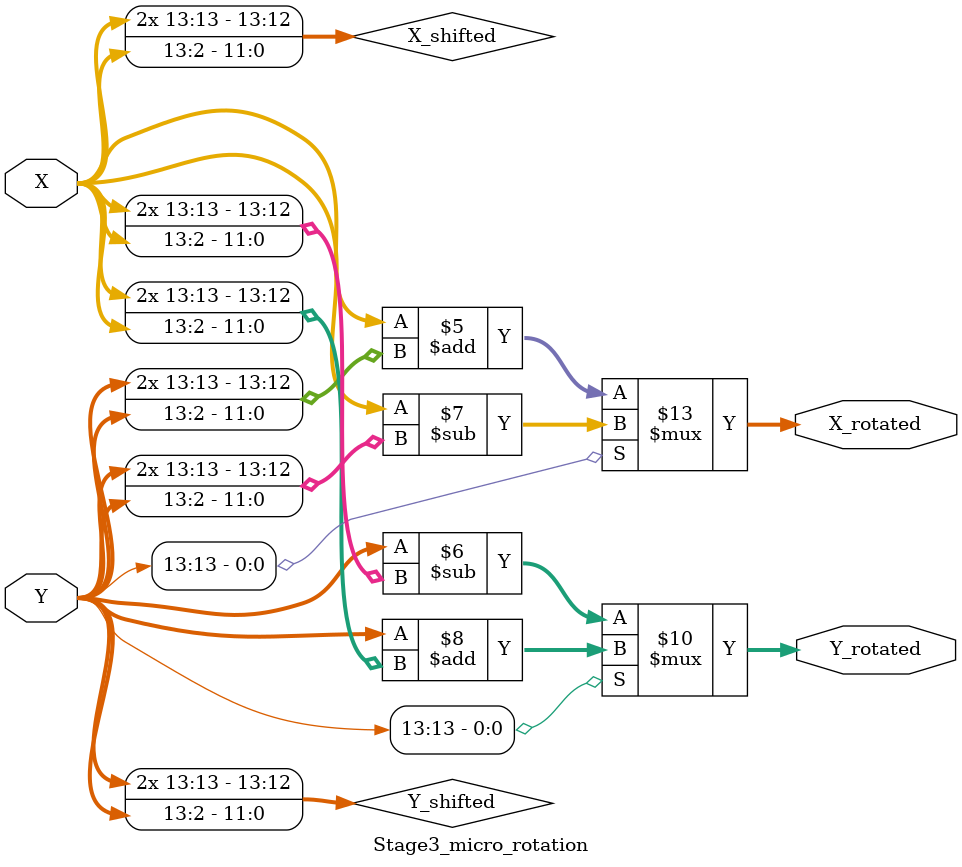
<source format=v>
`timescale 1ns / 1ps

module Stage3_micro_rotation(X, Y, X_rotated, Y_rotated);     
input [13:0] X, Y;
//input Y_signed;
output [13:0] X_rotated, Y_rotated;

// input
wire signed [13:0] X, Y;        // S1.12  (14bits)
//wire signed Y_signed;           // Y[13] = ¦P¤@­Ó stage Y ªº signed bit¡A¨M©w X¡BY ­n¥[©Î´î

// output
reg signed [13:0] X_rotated, Y_rotated;       // S1.12  (14bits)

reg signed [13:0] X_shifted, Y_shifted;

always@ (X or Y)
begin
    X_shifted = X >>> 2;          // ²Ä 3 ­Ó stage ¦V¥k¦ì²¾ 2 bits
    Y_shifted = Y >>> 2;
    
    if(Y[13] == 1'b0)
    begin
        X_rotated = X + Y_shifted;
        Y_rotated = Y - X_shifted;
    end
    
    else
    begin
        X_rotated = X - Y_shifted;
        Y_rotated = Y + X_shifted;
    end
end

endmodule

</source>
